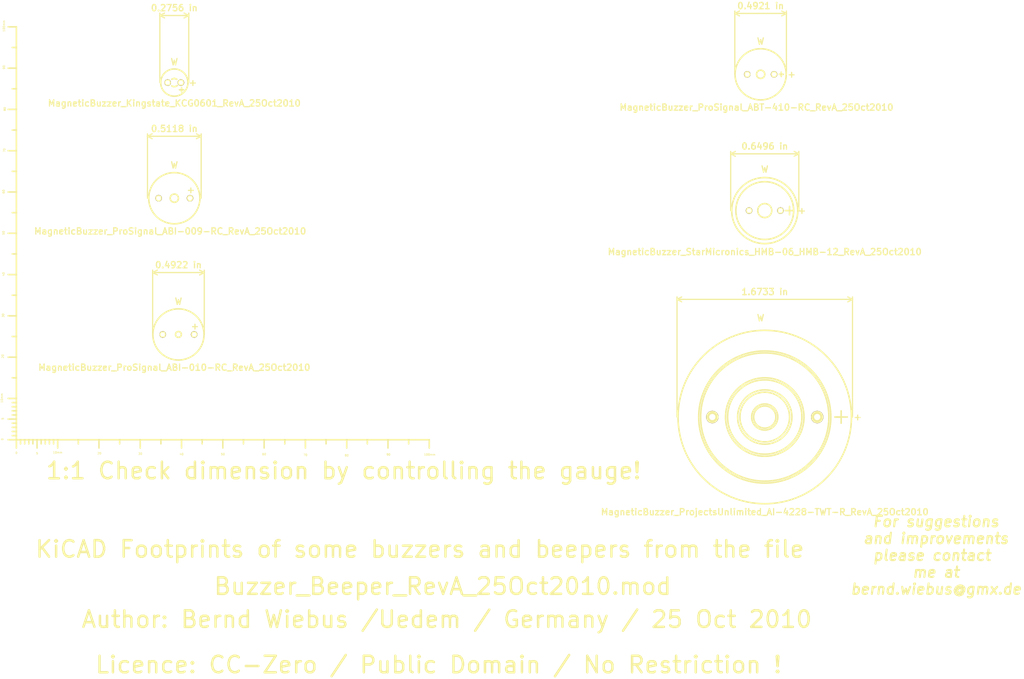
<source format=kicad_pcb>
(kicad_pcb (version 3) (host pcbnew "(2013-03-30 BZR 4007)-stable")

  (general
    (links 0)
    (no_connects 0)
    (area 12.258887 16.3576 261.53513 180.09997)
    (thickness 1.6002)
    (drawings 12)
    (tracks 0)
    (zones 0)
    (modules 7)
    (nets 1)
  )

  (page A4)
  (layers
    (15 Vorderseite signal)
    (0 Rückseite signal)
    (16 B.Adhes user)
    (17 F.Adhes user)
    (18 B.Paste user)
    (19 F.Paste user)
    (20 B.SilkS user)
    (21 F.SilkS user)
    (22 B.Mask user)
    (23 F.Mask user)
    (24 Dwgs.User user)
    (25 Cmts.User user)
    (26 Eco1.User user)
    (27 Eco2.User user)
    (28 Edge.Cuts user)
  )

  (setup
    (last_trace_width 0.2032)
    (trace_clearance 0.254)
    (zone_clearance 0.508)
    (zone_45_only no)
    (trace_min 0.2032)
    (segment_width 0.3048)
    (edge_width 0.3048)
    (via_size 0.889)
    (via_drill 0.635)
    (via_min_size 0.889)
    (via_min_drill 0.508)
    (uvia_size 0.508)
    (uvia_drill 0.127)
    (uvias_allowed no)
    (uvia_min_size 0.508)
    (uvia_min_drill 0.127)
    (pcb_text_width 0.3048)
    (pcb_text_size 1.524 1.524)
    (mod_edge_width 0.3048)
    (mod_text_size 1.27 1.27)
    (mod_text_width 0.254)
    (pad_size 5.99948 5.99948)
    (pad_drill 5.00126)
    (pad_to_mask_clearance 0.254)
    (aux_axis_origin 0 0)
    (visible_elements 7FFFFFFF)
    (pcbplotparams
      (layerselection 3178497)
      (usegerberextensions true)
      (excludeedgelayer true)
      (linewidth 50000)
      (plotframeref false)
      (viasonmask false)
      (mode 1)
      (useauxorigin false)
      (hpglpennumber 1)
      (hpglpenspeed 20)
      (hpglpendiameter 15)
      (hpglpenoverlay 2)
      (psnegative false)
      (psa4output false)
      (plotreference true)
      (plotvalue true)
      (plotothertext true)
      (plotinvisibletext false)
      (padsonsilk false)
      (subtractmaskfromsilk false)
      (outputformat 1)
      (mirror false)
      (drillshape 1)
      (scaleselection 1)
      (outputdirectory ""))
  )

  (net 0 "")

  (net_class Default "Dies ist die voreingestellte Netzklasse."
    (clearance 0.254)
    (trace_width 0.2032)
    (via_dia 0.889)
    (via_drill 0.635)
    (uvia_dia 0.508)
    (uvia_drill 0.127)
    (add_net "")
  )

  (module MagneticBuzzer_Kingstate_KCG0601_RevA_25Oct2010 (layer Vorderseite) (tedit 4D88ECCA) (tstamp 4D88EC31)
    (at 55.99938 35.99942)
    (descr "Buzzer, Elektromagnetic Beeper, Summer,")
    (tags "Kingstate, KCG0601,")
    (path MagneticBuzzer_Kingstate_KCG0601_RevA_25Oct2010)
    (fp_text reference W (at 0 -5.00126) (layer F.SilkS)
      (effects (font (size 1.524 1.524) (thickness 0.3048)))
    )
    (fp_text value MagneticBuzzer_Kingstate_KCG0601_RevA_25Oct2010 (at 0 5.00126) (layer F.SilkS)
      (effects (font (size 1.524 1.524) (thickness 0.3048)))
    )
    (fp_line (start 1.24968 1.75006) (end 2.25044 1.75006) (layer F.SilkS) (width 0.381))
    (fp_line (start 1.75006 1.24968) (end 1.75006 2.25044) (layer F.SilkS) (width 0.381))
    (fp_line (start 0.70104 0.70104) (end 0.59944 0.8001) (layer F.SilkS) (width 0.381))
    (fp_line (start 0.59944 0.8001) (end 0.39878 0.89916) (layer F.SilkS) (width 0.381))
    (fp_line (start 0.39878 0.89916) (end 0.09906 1.00076) (layer F.SilkS) (width 0.381))
    (fp_line (start 0.09906 1.00076) (end -0.09906 1.00076) (layer F.SilkS) (width 0.381))
    (fp_line (start -0.09906 1.00076) (end -0.39878 0.89916) (layer F.SilkS) (width 0.381))
    (fp_line (start -0.39878 0.89916) (end -0.59944 0.8001) (layer F.SilkS) (width 0.381))
    (fp_line (start 0.59944 -0.8001) (end 0.39878 -0.89916) (layer F.SilkS) (width 0.381))
    (fp_line (start 0.39878 -0.89916) (end 0.09906 -1.00076) (layer F.SilkS) (width 0.381))
    (fp_line (start 0.09906 -1.00076) (end -0.09906 -1.00076) (layer F.SilkS) (width 0.381))
    (fp_line (start -0.09906 -1.00076) (end -0.39878 -0.89916) (layer F.SilkS) (width 0.381))
    (fp_line (start -0.39878 -0.89916) (end -0.59944 -0.8001) (layer F.SilkS) (width 0.381))
    (fp_circle (center 0 0) (end 3.29946 0) (layer F.SilkS) (width 0.381))
    (fp_text user + (at 4.50088 0) (layer F.SilkS)
      (effects (font (size 1.524 1.524) (thickness 0.3048)))
    )
    (pad 1 thru_hole circle (at -1.6002 0) (size 1.6002 1.6002) (drill 1.00076)
      (layers *.Cu *.Mask F.SilkS)
    )
    (pad 2 thru_hole circle (at 1.6002 0) (size 1.6002 1.6002) (drill 1.00076)
      (layers *.Cu *.Mask F.SilkS)
    )
  )

  (module MagneticBuzzer_ProjectsUnlimited_AI-4228-TWT-R_RevA_25Oct2010 (layer Vorderseite) (tedit 4CC43270) (tstamp 4D88EC38)
    (at 198.99884 117.00002)
    (descr "Buzzer, Elektromagnetic Beeper, Summer, 3-28V-DC,")
    (tags "Projects Unlimited, AI-4228-TWT-R,")
    (fp_text reference W (at -1.00076 -24.00046) (layer F.SilkS)
      (effects (font (size 1.524 1.524) (thickness 0.3048)))
    )
    (fp_text value MagneticBuzzer_ProjectsUnlimited_AI-4228-TWT-R_RevA_25Oct2010 (at 0 22.9997) (layer F.SilkS)
      (effects (font (size 1.524 1.524) (thickness 0.3048)))
    )
    (fp_line (start 18.49882 0) (end 18.49882 1.50114) (layer F.SilkS) (width 0.381))
    (fp_line (start 18.49882 0) (end 18.49882 -1.50114) (layer F.SilkS) (width 0.381))
    (fp_line (start 18.49882 0) (end 17.00022 0) (layer F.SilkS) (width 0.381))
    (fp_line (start 17.00022 0) (end 19.99996 0) (layer F.SilkS) (width 0.381))
    (fp_circle (center 0 0) (end 2.49936 1.00076) (layer F.SilkS) (width 0.381))
    (fp_circle (center 0 0) (end 2.99974 1.00076) (layer F.SilkS) (width 0.381))
    (fp_circle (center 0 0) (end 5.99948 0.50038) (layer F.SilkS) (width 0.381))
    (fp_circle (center 0 0) (end 6.49986 1.00076) (layer F.SilkS) (width 0.381))
    (fp_circle (center 0 0) (end 8.99922 0) (layer F.SilkS) (width 0.381))
    (fp_circle (center 0 0) (end 9.4996 0) (layer F.SilkS) (width 0.381))
    (fp_circle (center 0 0) (end 15.49908 1.00076) (layer F.SilkS) (width 0.381))
    (fp_circle (center 0 0) (end 15.99946 0) (layer F.SilkS) (width 0.381))
    (fp_circle (center 0 0) (end 21.00072 0) (layer F.SilkS) (width 0.381))
    (fp_text user + (at 22.49932 0) (layer F.SilkS)
      (effects (font (size 1.524 1.524) (thickness 0.3048)))
    )
    (pad 1 thru_hole circle (at -12.7 0) (size 2.99974 2.99974) (drill 1.50114)
      (layers *.Cu *.Mask F.SilkS)
    )
    (pad 2 thru_hole circle (at 12.7 0) (size 2.99974 2.99974) (drill 1.50114)
      (layers *.Cu *.Mask F.SilkS)
    )
  )

  (module MagneticBuzzer_ProSignal_ABI-009-RC_RevA_25Oct2010 (layer Vorderseite) (tedit 4CC43334) (tstamp 4D88EC40)
    (at 55.99938 64.00038)
    (descr "Buzzer, Elektromagnetic Beeper, Summer, 6V-DC,")
    (tags "Pro Signal, ABI-009-RC,")
    (fp_text reference W (at 0 -8.001) (layer F.SilkS)
      (effects (font (size 1.524 1.524) (thickness 0.3048)))
    )
    (fp_text value MagneticBuzzer_ProSignal_ABI-009-RC_RevA_25Oct2010 (at -1.00076 8.001) (layer F.SilkS)
      (effects (font (size 1.524 1.524) (thickness 0.3048)))
    )
    (fp_circle (center 0 0) (end 1.00076 0) (layer F.SilkS) (width 0.381))
    (fp_text user + (at 4.0005 -1.99898) (layer F.SilkS)
      (effects (font (size 1.524 1.524) (thickness 0.3048)))
    )
    (fp_circle (center 0 0) (end 6.20014 0) (layer F.SilkS) (width 0.381))
    (pad 1 thru_hole circle (at -3.79984 0) (size 1.6002 1.6002) (drill 1.00076)
      (layers *.Cu *.Mask F.SilkS)
    )
    (pad 2 thru_hole circle (at 3.79984 0) (size 1.6002 1.6002) (drill 1.00076)
      (layers *.Cu *.Mask F.SilkS)
    )
  )

  (module MagneticBuzzer_ProSignal_ABI-010-RC_RevA_25Oct2010 (layer Vorderseite) (tedit 4CC43322) (tstamp 4D88EC48)
    (at 57.00014 97.00006)
    (descr "Buzzer, Elektromagnetic Beeper, Summer, 12V-DC,")
    (tags "Pro Signal, ABI-010-RC,")
    (fp_text reference W (at 0 -8.001) (layer F.SilkS)
      (effects (font (size 1.524 1.524) (thickness 0.3048)))
    )
    (fp_text value MagneticBuzzer_ProSignal_ABI-010-RC_RevA_25Oct2010 (at -1.00076 8.001) (layer F.SilkS)
      (effects (font (size 1.524 1.524) (thickness 0.3048)))
    )
    (fp_circle (center 0 0) (end 0.50038 0.50038) (layer F.SilkS) (width 0.381))
    (fp_text user + (at 4.0005 -1.99898) (layer F.SilkS)
      (effects (font (size 1.524 1.524) (thickness 0.3048)))
    )
    (fp_circle (center 0 0) (end 6.20014 0) (layer F.SilkS) (width 0.381))
    (pad 1 thru_hole circle (at -3.79984 0) (size 1.6002 1.6002) (drill 1.00076)
      (layers *.Cu *.Mask F.SilkS)
    )
    (pad 2 thru_hole circle (at 3.79984 0) (size 1.6002 1.6002) (drill 1.00076)
      (layers *.Cu *.Mask F.SilkS)
    )
  )

  (module MagneticBuzzer_ProSignal_ABT-410-RC_RevA_25Oct2010 (layer Vorderseite) (tedit 4CC432DA) (tstamp 4D88EC57)
    (at 198.00062 34.00044)
    (descr "Buzzer, Elektromagnetic Beeper, Summer, 1,5V-DC,")
    (tags "Pro Signal, ABT-410-RC,")
    (fp_text reference W (at 0 -8.001) (layer F.SilkS)
      (effects (font (size 1.524 1.524) (thickness 0.3048)))
    )
    (fp_text value MagneticBuzzer_ProSignal_ABT-410-RC_RevA_25Oct2010 (at -1.00076 8.001) (layer F.SilkS)
      (effects (font (size 1.524 1.524) (thickness 0.3048)))
    )
    (fp_line (start 5.00126 -0.50038) (end 5.00126 0.50038) (layer F.SilkS) (width 0.381))
    (fp_line (start 4.50088 0) (end 5.4991 0) (layer F.SilkS) (width 0.381))
    (fp_circle (center 0 0) (end 1.00076 0) (layer F.SilkS) (width 0.381))
    (fp_text user + (at 7.50062 0) (layer F.SilkS)
      (effects (font (size 1.524 1.524) (thickness 0.3048)))
    )
    (fp_circle (center 0 0) (end 6.20014 0) (layer F.SilkS) (width 0.381))
    (pad 1 thru_hole circle (at -3.2512 0) (size 1.6002 1.6002) (drill 1.00076)
      (layers *.Cu *.Mask F.SilkS)
    )
    (pad 2 thru_hole circle (at 3.2512 0) (size 1.6002 1.6002) (drill 1.00076)
      (layers *.Cu *.Mask F.SilkS)
    )
  )

  (module MagneticBuzzer_StarMicronics_HMB-06_HMB-12_RevA_25Oct2010 (layer Vorderseite) (tedit 4CC43363) (tstamp 4D88EC5E)
    (at 198.99884 67.00012)
    (descr "Buzzer, Elektromagnetic Beeper, Summer,")
    (tags "Star Micronics, HMB-06, HMB-12,")
    (fp_text reference W (at 0 -9.99998) (layer F.SilkS)
      (effects (font (size 1.524 1.524) (thickness 0.3048)))
    )
    (fp_text value MagneticBuzzer_StarMicronics_HMB-06_HMB-12_RevA_25Oct2010 (at 0 9.99998) (layer F.SilkS)
      (effects (font (size 1.524 1.524) (thickness 0.3048)))
    )
    (fp_line (start 5.99948 -1.00076) (end 5.99948 1.00076) (layer F.SilkS) (width 0.381))
    (fp_line (start 5.00126 0) (end 7.00024 0) (layer F.SilkS) (width 0.381))
    (fp_circle (center 0 0) (end 1.69926 0) (layer F.SilkS) (width 0.381))
    (fp_circle (center 0 0) (end 7.00024 0) (layer F.SilkS) (width 0.381))
    (fp_circle (center 0 0) (end 8.001 0) (layer F.SilkS) (width 0.381))
    (fp_text user + (at 8.99922 0) (layer F.SilkS)
      (effects (font (size 1.524 1.524) (thickness 0.3048)))
    )
    (pad 1 thru_hole circle (at -3.79984 0) (size 1.6002 1.6002) (drill 1.00076)
      (layers *.Cu *.Mask F.SilkS)
    )
    (pad 2 thru_hole circle (at 3.79984 0) (size 1.6002 1.6002) (drill 1.00076)
      (layers *.Cu *.Mask F.SilkS)
    )
  )

  (module Gauge_100mm_Type2_SilkScreenTop_RevA_Date22Jun2010 (layer Vorderseite) (tedit 4C20E30C) (tstamp 4D88F07A)
    (at 17.74952 122.49912)
    (descr "Gauge, Massstab, 100mm, SilkScreenTop, Type 2,")
    (tags "Gauge, Massstab, 100mm, SilkScreenTop, Type 2,")
    (path Gauge_100mm_Type2_SilkScreenTop_RevA_Date22Jun2010)
    (fp_text reference MSC (at 4.0005 8.99922) (layer F.SilkS) hide
      (effects (font (size 1.524 1.524) (thickness 0.3048)))
    )
    (fp_text value Gauge_100mm_Type2_SilkScreenTop_RevA_Date22Jun2010 (at 45.9994 8.99922) (layer F.SilkS) hide
      (effects (font (size 1.524 1.524) (thickness 0.3048)))
    )
    (fp_text user 10mm (at 10.00506 3.0988) (layer F.SilkS)
      (effects (font (size 0.50038 0.50038) (thickness 0.09906)))
    )
    (fp_text user 0 (at 0.00508 3.19786) (layer F.SilkS)
      (effects (font (size 0.50038 0.50038) (thickness 0.09906)))
    )
    (fp_text user 5 (at 5.0038 3.29946) (layer F.SilkS)
      (effects (font (size 0.50038 0.50038) (thickness 0.09906)))
    )
    (fp_text user 20 (at 20.1041 3.29946) (layer F.SilkS)
      (effects (font (size 0.50038 0.50038) (thickness 0.09906)))
    )
    (fp_text user 30 (at 30.00502 3.39852) (layer F.SilkS)
      (effects (font (size 0.50038 0.50038) (thickness 0.09906)))
    )
    (fp_text user 40 (at 40.005 3.50012) (layer F.SilkS)
      (effects (font (size 0.50038 0.50038) (thickness 0.09906)))
    )
    (fp_text user 50 (at 50.00498 3.50012) (layer F.SilkS)
      (effects (font (size 0.50038 0.50038) (thickness 0.09906)))
    )
    (fp_text user 60 (at 60.00496 3.50012) (layer F.SilkS)
      (effects (font (size 0.50038 0.50038) (thickness 0.09906)))
    )
    (fp_text user 70 (at 70.00494 3.70078) (layer F.SilkS)
      (effects (font (size 0.50038 0.50038) (thickness 0.09906)))
    )
    (fp_text user 80 (at 80.00492 3.79984) (layer F.SilkS)
      (effects (font (size 0.50038 0.50038) (thickness 0.09906)))
    )
    (fp_text user 90 (at 90.1065 3.60172) (layer F.SilkS)
      (effects (font (size 0.50038 0.50038) (thickness 0.09906)))
    )
    (fp_text user 100mm (at 100.10648 3.60172) (layer F.SilkS)
      (effects (font (size 0.50038 0.50038) (thickness 0.09906)))
    )
    (fp_line (start 0 -8.99922) (end -1.00076 -8.99922) (layer F.SilkS) (width 0.381))
    (fp_line (start 0 -8.001) (end -1.00076 -8.001) (layer F.SilkS) (width 0.381))
    (fp_line (start 0 -7.00024) (end -1.00076 -7.00024) (layer F.SilkS) (width 0.381))
    (fp_line (start 0 -5.99948) (end -1.00076 -5.99948) (layer F.SilkS) (width 0.381))
    (fp_line (start 0 -4.0005) (end -1.00076 -4.0005) (layer F.SilkS) (width 0.381))
    (fp_line (start 0 -2.99974) (end -1.00076 -2.99974) (layer F.SilkS) (width 0.381))
    (fp_line (start 0 -1.99898) (end -1.00076 -1.99898) (layer F.SilkS) (width 0.381))
    (fp_line (start 0 -1.00076) (end -1.00076 -1.00076) (layer F.SilkS) (width 0.381))
    (fp_line (start 0 0) (end -1.99898 0) (layer F.SilkS) (width 0.381))
    (fp_line (start 0 -5.00126) (end -1.99898 -5.00126) (layer F.SilkS) (width 0.381))
    (fp_line (start 0 -9.99998) (end -1.99898 -9.99998) (layer F.SilkS) (width 0.381))
    (fp_line (start 0 -15.00124) (end -1.00076 -15.00124) (layer F.SilkS) (width 0.381))
    (fp_line (start 0 -19.99996) (end -1.99898 -19.99996) (layer F.SilkS) (width 0.381))
    (fp_line (start 0 -25.00122) (end -1.00076 -25.00122) (layer F.SilkS) (width 0.381))
    (fp_line (start 0 -29.99994) (end -1.99898 -29.99994) (layer F.SilkS) (width 0.381))
    (fp_line (start 0 -35.0012) (end -1.00076 -35.0012) (layer F.SilkS) (width 0.381))
    (fp_line (start 0 -39.99992) (end -1.99898 -39.99992) (layer F.SilkS) (width 0.381))
    (fp_line (start 0 -45.00118) (end -1.00076 -45.00118) (layer F.SilkS) (width 0.381))
    (fp_line (start 0 -49.9999) (end -1.99898 -49.9999) (layer F.SilkS) (width 0.381))
    (fp_line (start 0 -55.00116) (end -1.00076 -55.00116) (layer F.SilkS) (width 0.381))
    (fp_line (start 0 -59.99988) (end -1.99898 -59.99988) (layer F.SilkS) (width 0.381))
    (fp_line (start 0 -65.00114) (end -1.00076 -65.00114) (layer F.SilkS) (width 0.381))
    (fp_line (start 0 -69.99986) (end -1.99898 -69.99986) (layer F.SilkS) (width 0.381))
    (fp_line (start 0 -75.00112) (end -1.00076 -75.00112) (layer F.SilkS) (width 0.381))
    (fp_line (start 0 -79.99984) (end -1.99898 -79.99984) (layer F.SilkS) (width 0.381))
    (fp_line (start 0 -85.0011) (end -1.00076 -85.0011) (layer F.SilkS) (width 0.381))
    (fp_line (start 0 -89.99982) (end -1.99898 -89.99982) (layer F.SilkS) (width 0.381))
    (fp_line (start 0 -95.00108) (end -1.00076 -95.00108) (layer F.SilkS) (width 0.381))
    (fp_line (start 0 0) (end 0 -99.9998) (layer F.SilkS) (width 0.381))
    (fp_line (start 0 -99.9998) (end -1.99898 -99.9998) (layer F.SilkS) (width 0.381))
    (fp_text user 100mm (at -2.99974 -100.20554 90) (layer F.SilkS)
      (effects (font (size 0.50038 0.50038) (thickness 0.09906)))
    )
    (fp_text user 90 (at -2.99974 -90.20556 90) (layer F.SilkS)
      (effects (font (size 0.50038 0.50038) (thickness 0.09906)))
    )
    (fp_text user 80 (at -2.80162 -80.10398 90) (layer F.SilkS)
      (effects (font (size 0.50038 0.50038) (thickness 0.09906)))
    )
    (fp_text user 70 (at -2.90068 -70.104 90) (layer F.SilkS)
      (effects (font (size 0.50038 0.50038) (thickness 0.09906)))
    )
    (fp_text user 60 (at -3.10134 -60.10402 90) (layer F.SilkS)
      (effects (font (size 0.50038 0.50038) (thickness 0.09906)))
    )
    (fp_text user 50 (at -3.10134 -50.10404 90) (layer F.SilkS)
      (effects (font (size 0.50038 0.50038) (thickness 0.09906)))
    )
    (fp_text user 40 (at -3.10134 -40.10406 90) (layer F.SilkS)
      (effects (font (size 0.50038 0.50038) (thickness 0.09906)))
    )
    (fp_text user 30 (at -3.20294 -30.10408 90) (layer F.SilkS)
      (effects (font (size 0.50038 0.50038) (thickness 0.09906)))
    )
    (fp_text user 20 (at -3.302 -20.20316 90) (layer F.SilkS)
      (effects (font (size 0.50038 0.50038) (thickness 0.09906)))
    )
    (fp_line (start 95.00108 0) (end 95.00108 1.00076) (layer F.SilkS) (width 0.381))
    (fp_line (start 89.99982 0) (end 89.99982 1.99898) (layer F.SilkS) (width 0.381))
    (fp_line (start 85.0011 0) (end 85.0011 1.00076) (layer F.SilkS) (width 0.381))
    (fp_line (start 79.99984 0) (end 79.99984 1.99898) (layer F.SilkS) (width 0.381))
    (fp_line (start 75.00112 0) (end 75.00112 1.00076) (layer F.SilkS) (width 0.381))
    (fp_line (start 69.99986 0) (end 69.99986 1.99898) (layer F.SilkS) (width 0.381))
    (fp_line (start 65.00114 0) (end 65.00114 1.00076) (layer F.SilkS) (width 0.381))
    (fp_line (start 59.99988 0) (end 59.99988 1.99898) (layer F.SilkS) (width 0.381))
    (fp_line (start 55.00116 0) (end 55.00116 1.00076) (layer F.SilkS) (width 0.381))
    (fp_line (start 49.9999 0) (end 49.9999 1.99898) (layer F.SilkS) (width 0.381))
    (fp_line (start 45.00118 0) (end 45.00118 1.00076) (layer F.SilkS) (width 0.381))
    (fp_line (start 39.99992 0) (end 39.99992 1.99898) (layer F.SilkS) (width 0.381))
    (fp_line (start 35.0012 0) (end 35.0012 1.00076) (layer F.SilkS) (width 0.381))
    (fp_line (start 29.99994 0) (end 29.99994 1.99898) (layer F.SilkS) (width 0.381))
    (fp_line (start 25.00122 0) (end 25.00122 1.00076) (layer F.SilkS) (width 0.381))
    (fp_line (start 19.99996 0) (end 19.99996 1.99898) (layer F.SilkS) (width 0.381))
    (fp_line (start 15.00124 0) (end 15.00124 1.00076) (layer F.SilkS) (width 0.381))
    (fp_line (start 9.99998 0) (end 99.9998 0) (layer F.SilkS) (width 0.381))
    (fp_line (start 99.9998 0) (end 99.9998 1.99898) (layer F.SilkS) (width 0.381))
    (fp_text user 5 (at -3.302 -5.10286 90) (layer F.SilkS)
      (effects (font (size 0.50038 0.50038) (thickness 0.09906)))
    )
    (fp_text user 0 (at -3.4036 -0.10414 90) (layer F.SilkS)
      (effects (font (size 0.50038 0.50038) (thickness 0.09906)))
    )
    (fp_text user 10mm (at -3.50266 -10.10412 90) (layer F.SilkS)
      (effects (font (size 0.50038 0.50038) (thickness 0.09906)))
    )
    (fp_line (start 8.99922 0) (end 8.99922 1.00076) (layer F.SilkS) (width 0.381))
    (fp_line (start 8.001 0) (end 8.001 1.00076) (layer F.SilkS) (width 0.381))
    (fp_line (start 7.00024 0) (end 7.00024 1.00076) (layer F.SilkS) (width 0.381))
    (fp_line (start 5.99948 0) (end 5.99948 1.00076) (layer F.SilkS) (width 0.381))
    (fp_line (start 4.0005 0) (end 4.0005 1.00076) (layer F.SilkS) (width 0.381))
    (fp_line (start 2.99974 0) (end 2.99974 1.00076) (layer F.SilkS) (width 0.381))
    (fp_line (start 1.99898 0) (end 1.99898 1.00076) (layer F.SilkS) (width 0.381))
    (fp_line (start 1.00076 0) (end 1.00076 1.00076) (layer F.SilkS) (width 0.381))
    (fp_line (start 5.00126 0) (end 5.00126 1.99898) (layer F.SilkS) (width 0.381))
    (fp_line (start 0 0) (end 0 1.99898) (layer F.SilkS) (width 0.381))
    (fp_line (start 0 0) (end 9.99998 0) (layer F.SilkS) (width 0.381))
    (fp_line (start 9.99998 0) (end 9.99998 1.99898) (layer F.SilkS) (width 0.381))
  )

  (gr_text "For suggestions\nand improvements\nplease contact \nme at\nbernd.wiebus@gmx.de" (at 240.5 150.5) (layer F.SilkS)
    (effects (font (size 2.54 2.54) (thickness 0.508) italic))
  )
  (gr_text "1:1 Check dimension by controlling the gauge!" (at 97.00006 129.99974) (layer F.SilkS)
    (effects (font (size 4.0005 4.0005) (thickness 0.59944)))
  )
  (dimension 12.49934 (width 0.3048) (layer F.SilkS)
    (gr_text "12,499 mm" (at 197.99808 17.8816) (layer F.SilkS)
      (effects (font (size 1.524 1.524) (thickness 0.3048)))
    )
    (feature1 (pts (xy 204.24902 34.00044) (xy 204.24902 16.51)))
    (feature2 (pts (xy 191.74968 34.00044) (xy 191.74968 16.51)))
    (crossbar (pts (xy 191.74968 19.2532) (xy 204.24902 19.2532)))
    (arrow1a (pts (xy 204.24902 19.2532) (xy 203.1238 19.8374)))
    (arrow1b (pts (xy 204.24902 19.2532) (xy 203.1238 18.669)))
    (arrow2a (pts (xy 191.74968 19.2532) (xy 192.8749 19.8374)))
    (arrow2b (pts (xy 191.74968 19.2532) (xy 192.8749 18.669)))
  )
  (dimension 16.49984 (width 0.3048) (layer F.SilkS)
    (gr_text "16,500 mm" (at 198.99884 51.88204) (layer F.SilkS)
      (effects (font (size 1.524 1.524) (thickness 0.3048)))
    )
    (feature1 (pts (xy 207.24876 67.00012) (xy 207.24876 50.51044)))
    (feature2 (pts (xy 190.74892 67.00012) (xy 190.74892 50.51044)))
    (crossbar (pts (xy 190.74892 53.25364) (xy 207.24876 53.25364)))
    (arrow1a (pts (xy 207.24876 53.25364) (xy 206.12354 53.83784)))
    (arrow1b (pts (xy 207.24876 53.25364) (xy 206.12354 52.66944)))
    (arrow2a (pts (xy 190.74892 53.25364) (xy 191.87414 53.83784)))
    (arrow2b (pts (xy 190.74892 53.25364) (xy 191.87414 52.66944)))
  )
  (dimension 42.50182 (width 0.3048) (layer F.SilkS)
    (gr_text "42,502 mm" (at 198.99884 87.13216) (layer F.SilkS)
      (effects (font (size 1.524 1.524) (thickness 0.3048)))
    )
    (feature1 (pts (xy 220.25102 117.00002) (xy 220.25102 85.76056)))
    (feature2 (pts (xy 177.7492 117.00002) (xy 177.7492 85.76056)))
    (crossbar (pts (xy 177.7492 88.50376) (xy 220.25102 88.50376)))
    (arrow1a (pts (xy 220.25102 88.50376) (xy 219.1258 89.08796)))
    (arrow1b (pts (xy 220.25102 88.50376) (xy 219.1258 87.91956)))
    (arrow2a (pts (xy 177.7492 88.50376) (xy 178.87442 89.08796)))
    (arrow2b (pts (xy 177.7492 88.50376) (xy 178.87442 87.91956)))
  )
  (dimension 12.50188 (width 0.3048) (layer F.SilkS)
    (gr_text "12,502 mm" (at 57.00014 80.62976) (layer F.SilkS)
      (effects (font (size 1.524 1.524) (thickness 0.3048)))
    )
    (feature1 (pts (xy 63.25108 97.00006) (xy 63.25108 79.25816)))
    (feature2 (pts (xy 50.7492 97.00006) (xy 50.7492 79.25816)))
    (crossbar (pts (xy 50.7492 82.00136) (xy 63.25108 82.00136)))
    (arrow1a (pts (xy 63.25108 82.00136) (xy 62.12586 82.58556)))
    (arrow1b (pts (xy 63.25108 82.00136) (xy 62.12586 81.41716)))
    (arrow2a (pts (xy 50.7492 82.00136) (xy 51.87442 82.58556)))
    (arrow2b (pts (xy 50.7492 82.00136) (xy 51.87442 81.41716)))
  )
  (dimension 12.99972 (width 0.3048) (layer F.SilkS)
    (gr_text "13,000 mm" (at 55.99938 47.63008) (layer F.SilkS)
      (effects (font (size 1.524 1.524) (thickness 0.3048)))
    )
    (feature1 (pts (xy 62.49924 64.00038) (xy 62.49924 46.25848)))
    (feature2 (pts (xy 49.49952 64.00038) (xy 49.49952 46.25848)))
    (crossbar (pts (xy 49.49952 49.00168) (xy 62.49924 49.00168)))
    (arrow1a (pts (xy 62.49924 49.00168) (xy 61.37402 49.58588)))
    (arrow1b (pts (xy 62.49924 49.00168) (xy 61.37402 48.41748)))
    (arrow2a (pts (xy 49.49952 49.00168) (xy 50.62474 49.58588)))
    (arrow2b (pts (xy 49.49952 49.00168) (xy 50.62474 48.41748)))
  )
  (dimension 7.00024 (width 0.3048) (layer F.SilkS)
    (gr_text "7,000 mm" (at 55.99938 18.38198) (layer F.SilkS)
      (effects (font (size 1.524 1.524) (thickness 0.3048)))
    )
    (feature1 (pts (xy 59.4995 35.99942) (xy 59.4995 17.01038)))
    (feature2 (pts (xy 52.49926 35.99942) (xy 52.49926 17.01038)))
    (crossbar (pts (xy 52.49926 19.75358) (xy 59.4995 19.75358)))
    (arrow1a (pts (xy 59.4995 19.75358) (xy 58.37428 20.33778)))
    (arrow1b (pts (xy 59.4995 19.75358) (xy 58.37428 19.16938)))
    (arrow2a (pts (xy 52.49926 19.75358) (xy 53.62448 20.33778)))
    (arrow2b (pts (xy 52.49926 19.75358) (xy 53.62448 19.16938)))
  )
  (gr_text "Licence: CC-Zero / Public Domain / No Restriction !" (at 119.99976 176.9999) (layer F.SilkS)
    (effects (font (size 4.0005 4.0005) (thickness 0.59944)))
  )
  (gr_text "Author: Bernd Wiebus /Uedem / Germany / 25 Oct 2010" (at 121.99874 165.99916) (layer F.SilkS)
    (effects (font (size 4.0005 4.0005) (thickness 0.59944)))
  )
  (gr_text Buzzer_Beeper_RevA_25Oct2010.mod (at 121.00052 158.0007) (layer F.SilkS)
    (effects (font (size 4.0005 4.0005) (thickness 0.59944)))
  )
  (gr_text "KiCAD Footprints of some buzzers and beepers from the file " (at 117.00002 148.99894) (layer F.SilkS)
    (effects (font (size 4.0005 4.0005) (thickness 0.59944)))
  )

)

</source>
